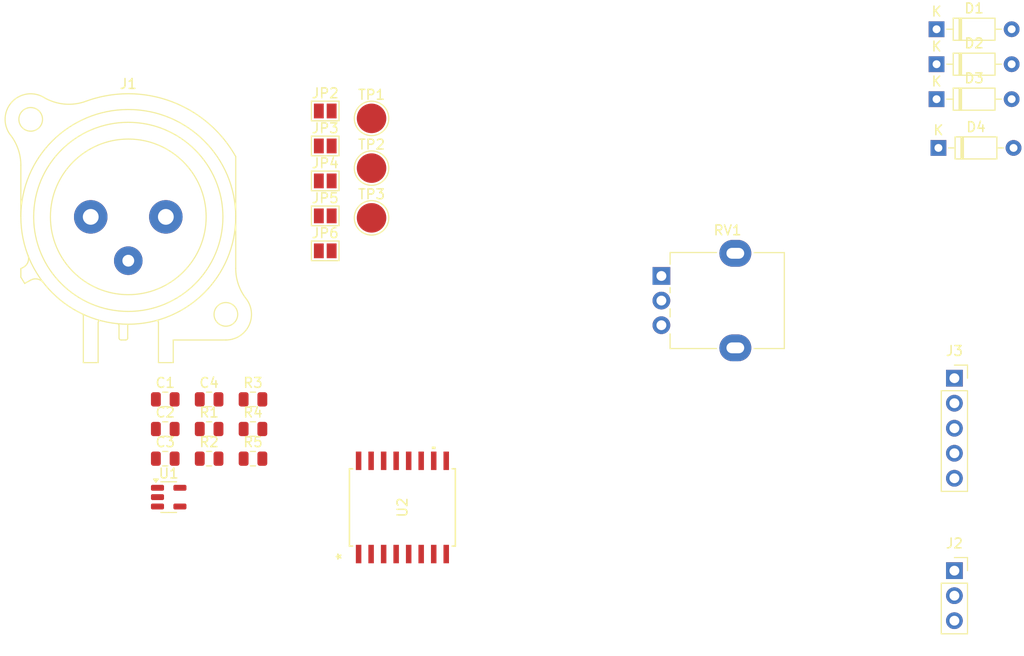
<source format=kicad_pcb>
(kicad_pcb (version 20241229) (generator "pcbnew") (generator_version "9.0")
  (layers (0 "F.Cu" signal) (2 "B.Cu" signal) (13 "F.Paste" user) (15 "B.Paste" user) (5 "F.SilkS" user "F.Silkscreen") (7 "B.SilkS" user "B.Silkscreen") (1 "F.Mask" user) (3 "B.Mask" user) (25 "Edge.Cuts" user))
  (net 0 "")
  (net 1 "Hot")
  (net 2 "Net-(D1-A)")
  (net 3 "Net-(D3-A)")
  (net 4 "Cold")
  (net 5 "GND")
  (net 6 "-6V")
  (net 7 "6V")
  (net 8 "Out")
  (net 9 "Net-(JP2-B)")
  (net 10 "Net-(JP4-B)")
  (net 11 "Net-(JP6-A)")
  (net 12 "Net-(U1--)")
  (net 13 "Net-(R5-Pad1)")
  (net 14 "Net-(U2-RG2)")
  (net 15 "Net-(U2-RG1)")
  (net 16 "1.6V")
  (footprint "Capacitor_SMD:C_0805_2012Metric" (layer "F.Cu") (at 125.84 93.04)
    (property "Reference" "R4" (at 0 -1.68 0) (layer "F.SilkS"))
    (property "Value" "2.2K")
    (fp_line (start -0.261252 -0.735) (end 0.261252 -0.735) (stroke (width 0.12)) (layer "F.SilkS"))
    (fp_line (start -0.261252 0.735) (end 0.261252 0.735) (stroke (width 0.12)) (layer "F.SilkS"))
    (pad "1" smd roundrect (at -0.95 0) (size 1 1.45) (layers "F.Cu" "F.Mask" "F.Paste") (net 2 "Net-(D1-A)"))
    (pad "2" smd roundrect (at 0.95 0) (size 1 1.45) (layers "F.Cu" "F.Mask" "F.Paste") (net 5 "GND"))
  )
  (footprint "TestPoint:TestPoint_Pad_D3.0mm" (layer "F.Cu") (at 137.87 61.5)
    (property "Reference" "TP1" (at 0 -2.398 0) (layer "F.SilkS"))
    (property "Value" "TestPoint")
    (fp_circle (center 0 0) (end 0 1.75) (stroke (width 0.12)) (fill no) (layer "F.SilkS"))
    (pad "1" smd circle (at 0 0) (size 3 3) (layers "F.Cu" "F.Mask") (net 16 "1.6V"))
  )
  (footprint "Potentiometer_THT:Potentiometer_Alpha_RD901F-40-00D_Single_Vertical" (layer "F.Cu") (at 167.275 77.5)
    (property "Reference" "RV1" (at 6.71 -4.64 180) (layer "F.SilkS"))
    (property "Value" "R_Potentiometer")
    (fp_line (start 0.88 -2.38) (end 5.6 -2.38) (stroke (width 0.12)) (layer "F.SilkS"))
    (fp_line (start 0.88 -1.19) (end 0.88 -2.37) (stroke (width 0.12)) (layer "F.SilkS"))
    (fp_line (start 0.88 1.71) (end 0.88 1.18) (stroke (width 0.12)) (layer "F.SilkS"))
    (fp_line (start 0.88 4.16) (end 0.88 3.33) (stroke (width 0.12)) (layer "F.SilkS"))
    (fp_line (start 0.88 7.37) (end 0.88 5.88) (stroke (width 0.12)) (layer "F.SilkS"))
    (fp_line (start 0.88 7.37) (end 5.6 7.37) (stroke (width 0.12)) (layer "F.SilkS"))
    (fp_line (start 9.41 -2.37) (end 12.47 -2.37) (stroke (width 0.12)) (layer "F.SilkS"))
    (fp_line (start 9.41 7.37) (end 12.47 7.37) (stroke (width 0.12)) (layer "F.SilkS"))
    (fp_line (start 12.47 7.37) (end 12.47 -2.37) (stroke (width 0.12)) (layer "F.SilkS"))
    (pad "" thru_hole oval (at 7.5 -2.3 90) (size 2.72 3.24) (drill oval 1.1 1.8) (layers "*.Cu" "*.Mask"))
    (pad "" thru_hole oval (at 7.5 7.3 90) (size 2.72 3.24) (drill oval 1.1 1.8) (layers "*.Cu" "*.Mask"))
    (pad "1" thru_hole rect (at 0 0 90) (size 1.8 1.8) (drill 1) (layers "*.Cu" "*.Mask") (net 11 "Net-(JP6-A)"))
    (pad "2" thru_hole circle (at 0 2.5 90) (size 1.8 1.8) (drill 1) (layers "*.Cu" "*.Mask") (net 13 "Net-(R5-Pad1)"))
    (pad "3" thru_hole circle (at 0 5 90) (size 1.8 1.8) (drill 1) (layers "*.Cu" "*.Mask") (net 15 "Net-(U2-RG1)"))
  )
  (footprint "Capacitor_SMD:C_0805_2012Metric" (layer "F.Cu") (at 125.84 96.05)
    (property "Reference" "R5" (at 0 -1.68 0) (layer "F.SilkS"))
    (property "Value" "27R")
    (fp_line (start -0.261252 -0.735) (end 0.261252 -0.735) (stroke (width 0.12)) (layer "F.SilkS"))
    (fp_line (start -0.261252 0.735) (end 0.261252 0.735) (stroke (width 0.12)) (layer "F.SilkS"))
    (pad "1" smd roundrect (at -0.95 0) (size 1 1.45) (layers "F.Cu" "F.Mask" "F.Paste") (net 13 "Net-(R5-Pad1)"))
    (pad "2" smd roundrect (at 0.95 0) (size 1 1.45) (layers "F.Cu" "F.Mask" "F.Paste") (net 14 "Net-(U2-RG2)"))
  )
  (footprint "Connector_Audio:Jack_XLR_Neutrik_NC3FAAV-0_Vertical" (layer "F.Cu") (at 117 71.5)
    (property "Reference" "J1" (at -3.81 -13.5 0) (layer "F.SilkS"))
    (property "Value" "XLR3")
    (fp_line (start -14.71 0) (end -14.71 -5.24) (stroke (width 0.12)) (layer "F.SilkS"))
    (fp_line (start -14.71 5.26) (end -14.44 5.11) (stroke (width 0.12)) (layer "F.SilkS"))
    (fp_line (start -14.71 6.12) (end -14.71 5.26) (stroke (width 0.12)) (layer "F.SilkS"))
    (fp_line (start -14.32 6.76) (end -14.71 6.12) (stroke (width 0.12)) (layer "F.SilkS"))
    (fp_line (start -13.71 6.42) (end -14.32 6.76) (stroke (width 0.12)) (layer "F.SilkS"))
    (fp_line (start -8.37 10.03) (end -8.37 14.8) (stroke (width 0.12)) (layer "F.SilkS"))
    (fp_line (start -6.87 14.8) (end -8.37 14.8) (stroke (width 0.12)) (layer "F.SilkS"))
    (fp_line (start -6.87 14.8) (end -6.87 10.73) (stroke (width 0.12)) (layer "F.SilkS"))
    (fp_line (start -4.75 11.04) (end -4.75 12.3) (stroke (width 0.12)) (layer "F.SilkS"))
    (fp_line (start -4.07 12.5) (end -4.55 12.5) (stroke (width 0.12)) (layer "F.SilkS"))
    (fp_line (start -3.87 10.9) (end -3.87 12.3) (stroke (width 0.12)) (layer "F.SilkS"))
    (fp_line (start -0.75 10.73) (end -0.75 10.73) (stroke (width 0.12)) (layer "F.SilkS"))
    (fp_line (start -0.75 14.8) (end -0.75 10.73) (stroke (width 0.12)) (layer "F.SilkS"))
    (fp_line (start 0.75 12.5) (end 6.09 12.5) (stroke (width 0.12)) (layer "F.SilkS"))
    (fp_line (start 0.75 14.8) (end -0.75 14.8) (stroke (width 0.12)) (layer "F.SilkS"))
    (fp_line (start 0.75 14.8) (end 0.75 12.5) (stroke (width 0.12)) (layer "F.SilkS"))
    (fp_line (start 7.09 5.24) (end 7.09 -6.12) (stroke (width 0.12)) (layer "F.SilkS"))
    (fp_arc (start -15.766689 -8.317569) (mid -14.98153 -6.866962) (end -14.71 -5.24) (stroke (width 0.12)) (layer "F.SilkS"))
    (fp_arc (start -15.761979 -8.309032) (mid -15.65429 -11.620911) (end -12.38 -12.13) (stroke (width 0.12)) (layer "F.SilkS"))
    (fp_arc (start -13.969214 3.951372) (mid -13.999461 4.614043) (end -14.44 5.11) (stroke (width 0.12)) (layer "F.SilkS"))
    (fp_arc (start -13.71 6.42) (mid -13.01025 6.315915) (end -12.412202 6.693832) (stroke (width 0.12)) (layer "F.SilkS"))
    (fp_arc (start -8.436364 9.870864) (mid -8.385177 9.942924) (end -8.37 10.03) (stroke (width 0.12)) (layer "F.SilkS"))
    (fp_arc (start -8.12905 -11.730738) (mid 0.51404 -11.7289) (end 7.09 -6.12) (stroke (width 0.12)) (layer "F.SilkS"))
    (fp_arc (start -8.118081 -11.733841) (mid -10.293498 -11.453642) (end -12.38 -12.13) (stroke (width 0.12)) (layer "F.SilkS"))
    (fp_arc (start -6.87 10.73) (mid -6.814828 10.588126) (end -6.678303 10.520799) (stroke (width 0.12)) (layer "F.SilkS"))
    (fp_arc (start -4.908418 10.84437) (mid -4.794571 10.914136) (end -4.75 11.04) (stroke (width 0.12)) (layer "F.SilkS"))
    (fp_arc (start -4.55 12.5) (mid -4.691421 12.441421) (end -4.75 12.3) (stroke (width 0.12)) (layer "F.SilkS"))
    (fp_arc (start -3.87 12.3) (mid -3.928579 12.441421) (end -4.07 12.5) (stroke (width 0.12)) (layer "F.SilkS"))
    (fp_arc (start -0.949009 10.520288) (mid -0.807671 10.585446) (end -0.75 10.73) (stroke (width 0.12)) (layer "F.SilkS"))
    (fp_arc (start 8.141619 8.302858) (mid 8.42587 11.041804) (end 6.09 12.5) (stroke (width 0.12)) (layer "F.SilkS"))
    (fp_arc (start 8.14247 8.305283) (mid 7.360446 6.860467) (end 7.09 5.24) (stroke (width 0.12)) (layer "F.SilkS"))
    (fp_circle (center -13.71 -9.9) (end -12.51 -9.9) (stroke (width 0.12)) (fill no) (layer "F.SilkS"))
    (fp_circle (center -3.81 0) (end 4.09 0) (stroke (width 0.12)) (fill no) (layer "F.SilkS"))
    (fp_circle (center -3.81 0) (end 5.79 0) (stroke (width 0.12)) (fill no) (layer "F.SilkS"))
    (fp_circle (center -3.81 0) (end 7.09 0) (stroke (width 0.12)) (fill no) (layer "F.SilkS"))
    (fp_circle (center 6.09 9.9) (end 7.29 9.9) (stroke (width 0.12)) (fill no) (layer "F.SilkS"))
    (pad "1" thru_hole circle (at 0 0) (size 3.4 3.4) (drill 1.6) (layers "*.Cu" "*.Mask") (net 5 "GND"))
    (pad "2" thru_hole circle (at -7.62 0) (size 3.4 3.4) (drill 1.6) (layers "*.Cu" "*.Mask") (net 1 "Hot"))
    (pad "3" thru_hole circle (at -3.81 4.45) (size 2.9 2.9) (drill 1.2) (layers "*.Cu" "*.Mask") (net 4 "Cold"))
  )
  (footprint "TestPoint:TestPoint_Pad_D3.0mm" (layer "F.Cu") (at 137.87 66.55)
    (property "Reference" "TP2" (at 0 -2.398 0) (layer "F.SilkS"))
    (property "Value" "TestPoint")
    (fp_circle (center 0 0) (end 0 1.75) (stroke (width 0.12)) (fill no) (layer "F.SilkS"))
    (pad "1" smd circle (at 0 0) (size 3 3) (layers "F.Cu" "F.Mask") (net 5 "GND"))
  )
  (footprint "Capacitor_SMD:C_0805_2012Metric" (layer "F.Cu") (at 121.39 90.03)
    (property "Reference" "C4" (at 0 -1.68 0) (layer "F.SilkS"))
    (property "Value" "0.1uF")
    (fp_line (start -0.261252 -0.735) (end 0.261252 -0.735) (stroke (width 0.12)) (layer "F.SilkS"))
    (fp_line (start -0.261252 0.735) (end 0.261252 0.735) (stroke (width 0.12)) (layer "F.SilkS"))
    (pad "1" smd roundrect (at -0.95 0) (size 1 1.45) (layers "F.Cu" "F.Mask" "F.Paste") (net 7 "6V"))
    (pad "2" smd roundrect (at 0.95 0) (size 1 1.45) (layers "F.Cu" "F.Mask" "F.Paste") (net 5 "GND"))
  )
  (footprint "Capacitor_SMD:C_0805_2012Metric" (layer "F.Cu") (at 121.39 96.05)
    (property "Reference" "R2" (at 0 -1.68 0) (layer "F.SilkS"))
    (property "Value" "12K")
    (fp_line (start -0.261252 -0.735) (end 0.261252 -0.735) (stroke (width 0.12)) (layer "F.SilkS"))
    (fp_line (start -0.261252 0.735) (end 0.261252 0.735) (stroke (width 0.12)) (layer "F.SilkS"))
    (pad "1" smd roundrect (at -0.95 0) (size 1 1.45) (layers "F.Cu" "F.Mask" "F.Paste") (net 12 "Net-(U1--)"))
    (pad "2" smd roundrect (at 0.95 0) (size 1 1.45) (layers "F.Cu" "F.Mask" "F.Paste") (net 5 "GND"))
  )
  (footprint "Capacitor_SMD:C_0805_2012Metric" (layer "F.Cu") (at 116.94 96.05)
    (property "Reference" "C3" (at 0 -1.68 0) (layer "F.SilkS"))
    (property "Value" "0.1uF")
    (fp_line (start -0.261252 -0.735) (end 0.261252 -0.735) (stroke (width 0.12)) (layer "F.SilkS"))
    (fp_line (start -0.261252 0.735) (end 0.261252 0.735) (stroke (width 0.12)) (layer "F.SilkS"))
    (pad "1" smd roundrect (at -0.95 0) (size 1 1.45) (layers "F.Cu" "F.Mask" "F.Paste") (net 6 "-6V"))
    (pad "2" smd roundrect (at 0.95 0) (size 1 1.45) (layers "F.Cu" "F.Mask" "F.Paste") (net 5 "GND"))
  )
  (footprint "Diode_THT:D_DO-35_SOD27_P7.62mm_Horizontal" (layer "F.Cu") (at 195.38 64.5)
    (property "Reference" "D4" (at 3.81 -2.12 0) (layer "F.SilkS"))
    (property "Value" "1N4148W")
    (fp_line (start 1.04 0) (end 1.69 0) (stroke (width 0.12)) (layer "F.SilkS"))
    (fp_line (start 1.69 -1.12) (end 1.69 1.12) (stroke (width 0.12)) (layer "F.SilkS"))
    (fp_line (start 1.69 1.12) (end 5.93 1.12) (stroke (width 0.12)) (layer "F.SilkS"))
    (fp_line (start 2.29 -1.12) (end 2.29 1.12) (stroke (width 0.12)) (layer "F.SilkS"))
    (fp_line (start 2.41 -1.12) (end 2.41 1.12) (stroke (width 0.12)) (layer "F.SilkS"))
    (fp_line (start 2.53 -1.12) (end 2.53 1.12) (stroke (width 0.12)) (layer "F.SilkS"))
    (fp_line (start 5.93 -1.12) (end 1.69 -1.12) (stroke (width 0.12)) (layer "F.SilkS"))
    (fp_line (start 5.93 1.12) (end 5.93 -1.12) (stroke (width 0.12)) (layer "F.SilkS"))
    (fp_line (start 6.58 0) (end 5.93 0) (stroke (width 0.12)) (layer "F.SilkS"))
    (fp_text user "K" (at 0 -1.8 0) (layer "F.SilkS"))
    (pad "1" thru_hole rect (at 0 0) (size 1.6 1.6) (drill 0.8) (layers "*.Cu" "*.Mask") (net 3 "Net-(D3-A)"))
    (pad "2" thru_hole oval (at 7.62 0) (size 1.6 1.6) (drill 0.8) (layers "*.Cu" "*.Mask") (net 6 "-6V"))
  )
  (footprint "Diode_THT:D_DO-35_SOD27_P7.62mm_Horizontal" (layer "F.Cu") (at 195.19 56)
    (property "Reference" "D2" (at 3.81 -2.12 0) (layer "F.SilkS"))
    (property "Value" "1N4148W")
    (fp_line (start 1.04 0) (end 1.69 0) (stroke (width 0.12)) (layer "F.SilkS"))
    (fp_line (start 1.69 -1.12) (end 1.69 1.12) (stroke (width 0.12)) (layer "F.SilkS"))
    (fp_line (start 1.69 1.12) (end 5.93 1.12) (stroke (width 0.12)) (layer "F.SilkS"))
    (fp_line (start 2.29 -1.12) (end 2.29 1.12) (stroke (width 0.12)) (layer "F.SilkS"))
    (fp_line (start 2.41 -1.12) (end 2.41 1.12) (stroke (width 0.12)) (layer "F.SilkS"))
    (fp_line (start 2.53 -1.12) (end 2.53 1.12) (stroke (width 0.12)) (layer "F.SilkS"))
    (fp_line (start 5.93 -1.12) (end 1.69 -1.12) (stroke (width 0.12)) (layer "F.SilkS"))
    (fp_line (start 5.93 1.12) (end 5.93 -1.12) (stroke (width 0.12)) (layer "F.SilkS"))
    (fp_line (start 6.58 0) (end 5.93 0) (stroke (width 0.12)) (layer "F.SilkS"))
    (fp_text user "K" (at 0 -1.8 0) (layer "F.SilkS"))
    (pad "1" thru_hole rect (at 0 0) (size 1.6 1.6) (drill 0.8) (layers "*.Cu" "*.Mask") (net 2 "Net-(D1-A)"))
    (pad "2" thru_hole oval (at 7.62 0) (size 1.6 1.6) (drill 0.8) (layers "*.Cu" "*.Mask") (net 6 "-6V"))
  )
  (footprint "Jumper:SolderJumper-2_P1.3mm_Open_Pad1.0x1.5mm" (layer "F.Cu") (at 133.17 64.3)
    (property "Reference" "JP3" (at 0 -1.8 0) (layer "F.SilkS"))
    (property "Value" "SolderJumper_2_Open")
    (fp_line (start -1.4 -1) (end 1.4 -1) (stroke (width 0.12)) (layer "F.SilkS"))
    (fp_line (start -1.4 1) (end -1.4 -1) (stroke (width 0.12)) (layer "F.SilkS"))
    (fp_line (start 1.4 -1) (end 1.4 1) (stroke (width 0.12)) (layer "F.SilkS"))
    (fp_line (start 1.4 1) (end -1.4 1) (stroke (width 0.12)) (layer "F.SilkS"))
    (pad "1" smd rect (at -0.65 0) (size 1 1.5) (layers "F.Cu" "F.Mask") (net 2 "Net-(D1-A)"))
    (pad "2" smd rect (at 0.65 0) (size 1 1.5) (layers "F.Cu" "F.Mask") (net 9 "Net-(JP2-B)"))
  )
  (footprint "Package_TO_SOT_SMD:SOT-23-5" (layer "F.Cu") (at 117.29 99.955)
    (property "Reference" "U1" (at 0 -2.4 0) (layer "F.SilkS"))
    (property "Value" "TLV2371DBV")
    (fp_line (start 0 -1.56) (end -0.8 -1.56) (stroke (width 0.12)) (layer "F.SilkS"))
    (fp_line (start 0 -1.56) (end 0.8 -1.56) (stroke (width 0.12)) (layer "F.SilkS"))
    (fp_line (start 0 1.56) (end -0.8 1.56) (stroke (width 0.12)) (layer "F.SilkS"))
    (fp_line (start 0 1.56) (end 0.8 1.56) (stroke (width 0.12)) (layer "F.SilkS"))
    (fp_poly (pts (xy -1.3 -1.51) (xy -1.54 -1.84) (xy -1.06 -1.84)) (stroke (width 0.12)) (fill yes) (layer "F.SilkS"))
    (pad "1" smd roundrect (at -1.1375 -0.95) (size 1.325 0.6) (layers "F.Cu" "F.Mask" "F.Paste") (net 16 "1.6V"))
    (pad "2" smd roundrect (at -1.1375 0) (size 1.325 0.6) (layers "F.Cu" "F.Mask" "F.Paste") (net 5 "GND"))
    (pad "3" smd roundrect (at -1.1375 0.95) (size 1.325 0.6) (layers "F.Cu" "F.Mask" "F.Paste") (net 16 "1.6V"))
    (pad "4" smd roundrect (at 1.1375 0.95) (size 1.325 0.6) (layers "F.Cu" "F.Mask" "F.Paste") (net 12 "Net-(U1--)"))
    (pad "5" smd roundrect (at 1.1375 -0.95) (size 1.325 0.6) (layers "F.Cu" "F.Mask" "F.Paste") (net 7 "6V"))
  )
  (footprint "Capacitor_SMD:C_0805_2012Metric" (layer "F.Cu") (at 121.39 93.04)
    (property "Reference" "R1" (at 0 -1.68 0) (layer "F.SilkS"))
    (property "Value" "33K")
    (fp_line (start -0.261252 -0.735) (end 0.261252 -0.735) (stroke (width 0.12)) (layer "F.SilkS"))
    (fp_line (start -0.261252 0.735) (end 0.261252 0.735) (stroke (width 0.12)) (layer "F.SilkS"))
    (pad "1" smd roundrect (at -0.95 0) (size 1 1.45) (layers "F.Cu" "F.Mask" "F.Paste") (net 7 "6V"))
    (pad "2" smd roundrect (at 0.95 0) (size 1 1.45) (layers "F.Cu" "F.Mask" "F.Paste") (net 12 "Net-(U1--)"))
  )
  (footprint "INA217:DW16" (layer "F.Cu") (at 141 101 90)
    (property "Reference" "U2" (at 0 0 90) (layer "F.SilkS"))
    (property "Value" "INA217AIDWR")
    (fp_line (start 3.9243 -5.3721) (end -3.9243 -5.3721) (stroke (width 0.1524)) (layer "F.SilkS"))
    (fp_line (start -3.9243 -5.3721) (end -3.9243 -5.05674) (stroke (width 0.1524)) (layer "F.SilkS"))
    (fp_line (start 3.9243 -5.05674) (end 3.9243 -5.3721) (stroke (width 0.1524)) (layer "F.SilkS"))
    (fp_line (start -3.9243 5.05674) (end -3.9243 5.3721) (stroke (width 0.1524)) (layer "F.SilkS"))
    (fp_line (start 3.9243 5.3721) (end 3.9243 5.05674) (stroke (width 0.1524)) (layer "F.SilkS"))
    (fp_line (start -3.9243 5.3721) (end 3.9243 5.3721) (stroke (width 0.1524)) (layer "F.SilkS"))
    (fp_poly (pts (xy 6.179299 2.9845) (xy 6.179299 3.3655) (xy 5.925299 3.3655) (xy 5.925299 2.9845)) (fill yes) (layer "F.SilkS"))
    (fp_text user "*" (at -4.9883 -6.146 90) (layer "F.SilkS"))
    (fp_text user "*" (at -4.9883 -6.146 90) (layer "F.SilkS"))
    (pad "1" smd rect (at -4.734301 -4.445 90) (size 1.873999 0.558) (layers "F.Cu" "F.Mask" "F.Paste"))
    (pad "2" smd rect (at -4.734301 -3.175 90) (size 1.873999 0.558) (layers "F.Cu" "F.Mask" "F.Paste") (net 15 "Net-(U2-RG1)"))
    (pad "3" smd rect (at -4.734301 -1.905 90) (size 1.873999 0.558) (layers "F.Cu" "F.Mask" "F.Paste"))
    (pad "4" smd rect (at -4.734301 -0.635 90) (size 1.873999 0.558) (layers "F.Cu" "F.Mask" "F.Paste") (net 10 "Net-(JP4-B)"))
    (pad "5" smd rect (at -4.734301 0.635 90) (size 1.873999 0.558) (layers "F.Cu" "F.Mask" "F.Paste") (net 9 "Net-(JP2-B)"))
    (pad "6" smd rect (at -4.734301 1.905 90) (size 1.873999 0.558) (layers "F.Cu" "F.Mask" "F.Paste"))
    (pad "7" smd rect (at -4.734301 3.175 90) (size 1.873999 0.558) (layers "F.Cu" "F.Mask" "F.Paste") (net 6 "-6V"))
    (pad "8" smd rect (at -4.734301 4.445 90) (size 1.873999 0.558) (layers "F.Cu" "F.Mask" "F.Paste"))
    (pad "9" smd rect (at 4.734301 4.445 90) (size 1.873999 0.558) (layers "F.Cu" "F.Mask" "F.Paste"))
    (pad "10" smd rect (at 4.734301 3.175 90) (size 1.873999 0.558) (layers "F.Cu" "F.Mask" "F.Paste") (net 16 "1.6V"))
    (pad "11" smd rect (at 4.734301 1.905 90) (size 1.873999 0.558) (layers "F.Cu" "F.Mask" "F.Paste") (net 8 "Out"))
    (pad "12" smd rect (at 4.734301 0.635 90) (size 1.873999 0.558) (layers "F.Cu" "F.Mask" "F.Paste"))
    (pad "13" smd rect (at 4.734301 -0.635 90) (size 1.873999 0.558) (layers "F.Cu" "F.Mask" "F.Paste") (net 7 "6V"))
    (pad "14" smd rect (at 4.734301 -1.905 90) (size 1.873999 0.558) (layers "F.Cu" "F.Mask" "F.Paste"))
    (pad "15" smd rect (at 4.734301 -3.175 90) (size 1.873999 0.558) (layers "F.Cu" "F.Mask" "F.Paste") (net 14 "Net-(U2-RG2)"))
    (pad "16" smd rect (at 4.734301 -4.445 90) (size 1.873999 0.558) (layers "F.Cu" "F.Mask" "F.Paste"))
  )
  (footprint "Capacitor_SMD:C_0805_2012Metric" (layer "F.Cu") (at 116.94 93.04)
    (property "Reference" "C2" (at 0 -1.68 0) (layer "F.SilkS"))
    (property "Value" "47uF")
    (fp_line (start -0.261252 -0.735) (end 0.261252 -0.735) (stroke (width 0.12)) (layer "F.SilkS"))
    (fp_line (start -0.261252 0.735) (end 0.261252 0.735) (stroke (width 0.12)) (layer "F.SilkS"))
    (pad "1" smd roundrect (at -0.95 0) (size 1 1.45) (layers "F.Cu" "F.Mask" "F.Paste") (net 4 "Cold"))
    (pad "2" smd roundrect (at 0.95 0) (size 1 1.45) (layers "F.Cu" "F.Mask" "F.Paste") (net 3 "Net-(D3-A)"))
  )
  (footprint "Diode_THT:D_DO-35_SOD27_P7.62mm_Horizontal" (layer "F.Cu") (at 195.19 52.45)
    (property "Reference" "D1" (at 3.81 -2.12 0) (layer "F.SilkS"))
    (property "Value" "1N4148W")
    (fp_line (start 1.04 0) (end 1.69 0) (stroke (width 0.12)) (layer "F.SilkS"))
    (fp_line (start 1.69 -1.12) (end 1.69 1.12) (stroke (width 0.12)) (layer "F.SilkS"))
    (fp_line (start 1.69 1.12) (end 5.93 1.12) (stroke (width 0.12)) (layer "F.SilkS"))
    (fp_line (start 2.29 -1.12) (end 2.29 1.12) (stroke (width 0.12)) (layer "F.SilkS"))
    (fp_line (start 2.41 -1.12) (end 2.41 1.12) (stroke (width 0.12)) (layer "F.SilkS"))
    (fp_line (start 2.53 -1.12) (end 2.53 1.12) (stroke (width 0.12)) (layer "F.SilkS"))
    (fp_line (start 5.93 -1.12) (end 1.69 -1.12) (stroke (width 0.12)) (layer "F.SilkS"))
    (fp_line (start 5.93 1.12) (end 5.93 -1.12) (stroke (width 0.12)) (layer "F.SilkS"))
    (fp_line (start 6.58 0) (end 5.93 0) (stroke (width 0.12)) (layer "F.SilkS"))
    (fp_text user "K" (at 0 -1.8 0) (layer "F.SilkS"))
    (pad "1" thru_hole rect (at 0 0) (size 1.6 1.6) (drill 0.8) (layers "*.Cu" "*.Mask") (net 7 "6V"))
    (pad "2" thru_hole oval (at 7.62 0) (size 1.6 1.6) (drill 0.8) (layers "*.Cu" "*.Mask") (net 2 "Net-(D1-A)"))
  )
  (footprint "Jumper:SolderJumper-2_P1.3mm_Open_Pad1.0x1.5mm" (layer "F.Cu") (at 133.17 71.4)
    (property "Reference" "JP5" (at 0 -1.8 0) (layer "F.SilkS"))
    (property "Value" "SolderJumper_2_Open")
    (fp_line (start -1.4 -1) (end 1.4 -1) (stroke (width 0.12)) (layer "F.SilkS"))
    (fp_line (start -1.4 1) (end -1.4 -1) (stroke (width 0.12)) (layer "F.SilkS"))
    (fp_line (start 1.4 -1) (end 1.4 1) (stroke (width 0.12)) (layer "F.SilkS"))
    (fp_line (start 1.4 1) (end -1.4 1) (stroke (width 0.12)) (layer "F.SilkS"))
    (pad "1" smd rect (at -0.65 0) (size 1 1.5) (layers "F.Cu" "F.Mask") (net 3 "Net-(D3-A)"))
    (pad "2" smd rect (at 0.65 0) (size 1 1.5) (layers "F.Cu" "F.Mask") (net 10 "Net-(JP4-B)"))
  )
  (footprint "Jumper:SolderJumper-2_P1.3mm_Open_Pad1.0x1.5mm" (layer "F.Cu") (at 133.17 60.75)
    (property "Reference" "JP2" (at 0 -1.8 0) (layer "F.SilkS"))
    (property "Value" "SolderJumper_2_Open")
    (fp_line (start -1.4 -1) (end 1.4 -1) (stroke (width 0.12)) (layer "F.SilkS"))
    (fp_line (start -1.4 1) (end -1.4 -1) (stroke (width 0.12)) (layer "F.SilkS"))
    (fp_line (start 1.4 -1) (end 1.4 1) (stroke (width 0.12)) (layer "F.SilkS"))
    (fp_line (start 1.4 1) (end -1.4 1) (stroke (width 0.12)) (layer "F.SilkS"))
    (pad "1" smd rect (at -0.65 0) (size 1 1.5) (layers "F.Cu" "F.Mask") (net 2 "Net-(D1-A)"))
    (pad "2" smd rect (at 0.65 0) (size 1 1.5) (layers "F.Cu" "F.Mask") (net 9 "Net-(JP2-B)"))
  )
  (footprint "Connector_PinSocket_2.54mm:PinSocket_1x03_P2.54mm_Vertical" (layer "F.Cu") (at 197 107.42)
    (property "Reference" "J2" (at 0 -2.77 0) (layer "F.SilkS"))
    (property "Value" "Conn_01x03_Pin")
    (fp_line (start -1.33 1.27) (end -1.33 6.41) (stroke (width 0.12)) (layer "F.SilkS"))
    (fp_line (start -1.33 1.27) (end 1.33 1.27) (stroke (width 0.12)) (layer "F.SilkS"))
    (fp_line (start -1.33 6.41) (end 1.33 6.41) (stroke (width 0.12)) (layer "F.SilkS"))
    (fp_line (start 0 -1.33) (end 1.33 -1.33) (stroke (width 0.12)) (layer "F.SilkS"))
    (fp_line (start 1.33 -1.33) (end 1.33 0) (stroke (width 0.12)) (layer "F.SilkS"))
    (fp_line (start 1.33 1.27) (end 1.33 6.41) (stroke (width 0.12)) (layer "F.SilkS"))
    (pad "1" thru_hole rect (at 0 0) (size 1.7 1.7) (drill 1) (layers "*.Cu" "*.Mask") (net 5 "GND"))
    (pad "2" thru_hole circle (at 0 2.54) (size 1.7 1.7) (drill 1) (layers "*.Cu" "*.Mask") (net 8 "Out"))
    (pad "3" thru_hole circle (at 0 5.08) (size 1.7 1.7) (drill 1) (layers "*.Cu" "*.Mask") (net 5 "GND"))
  )
  (footprint "TestPoint:TestPoint_Pad_D3.0mm" (layer "F.Cu") (at 137.87 71.6)
    (property "Reference" "TP3" (at 0 -2.398 0) (layer "F.SilkS"))
    (property "Value" "TestPoint")
    (fp_circle (center 0 0) (end 0 1.75) (stroke (width 0.12)) (fill no) (layer "F.SilkS"))
    (pad "1" smd circle (at 0 0) (size 3 3) (layers "F.Cu" "F.Mask") (net 8 "Out"))
  )
  (footprint "Capacitor_SMD:C_0805_2012Metric" (layer "F.Cu") (at 116.94 90.03)
    (property "Reference" "C1" (at 0 -1.68 0) (layer "F.SilkS"))
    (property "Value" "47uF")
    (fp_line (start -0.261252 -0.735) (end 0.261252 -0.735) (stroke (width 0.12)) (layer "F.SilkS"))
    (fp_line (start -0.261252 0.735) (end 0.261252 0.735) (stroke (width 0.12)) (layer "F.SilkS"))
    (pad "1" smd roundrect (at -0.95 0) (size 1 1.45) (layers "F.Cu" "F.Mask" "F.Paste") (net 1 "Hot"))
    (pad "2" smd roundrect (at 0.95 0) (size 1 1.45) (layers "F.Cu" "F.Mask" "F.Paste") (net 2 "Net-(D1-A)"))
  )
  (footprint "Capacitor_SMD:C_0805_2012Metric" (layer "F.Cu") (at 125.84 90.03)
    (property "Reference" "R3" (at 0 -1.68 0) (layer "F.SilkS"))
    (property "Value" "2.2K")
    (fp_line (start -0.261252 -0.735) (end 0.261252 -0.735) (stroke (width 0.12)) (layer "F.SilkS"))
    (fp_line (start -0.261252 0.735) (end 0.261252 0.735) (stroke (width 0.12)) (layer "F.SilkS"))
    (pad "1" smd roundrect (at -0.95 0) (size 1 1.45) (layers "F.Cu" "F.Mask" "F.Paste") (net 3 "Net-(D3-A)"))
    (pad "2" smd roundrect (at 0.95 0) (size 1 1.45) (layers "F.Cu" "F.Mask" "F.Paste") (net 5 "GND"))
  )
  (footprint "Connector_PinSocket_2.54mm:PinSocket_1x05_P2.54mm_Vertical" (layer "F.Cu") (at 197 87.88)
    (property "Reference" "J3" (at 0 -2.77 0) (layer "F.SilkS"))
    (property "Value" "Conn_01x05_Pin")
    (fp_line (start -1.33 1.27) (end -1.33 11.49) (stroke (width 0.12)) (layer "F.SilkS"))
    (fp_line (start -1.33 1.27) (end 1.33 1.27) (stroke (width 0.12)) (layer "F.SilkS"))
    (fp_line (start -1.33 11.49) (end 1.33 11.49) (stroke (width 0.12)) (layer "F.SilkS"))
    (fp_line (start 0 -1.33) (end 1.33 -1.33) (stroke (width 0.12)) (layer "F.SilkS"))
    (fp_line (start 1.33 -1.33) (end 1.33 0) (stroke (width 0.12)) (layer "F.SilkS"))
    (fp_line (start 1.33 1.27) (end 1.33 11.49) (stroke (width 0.12)) (layer "F.SilkS"))
    (pad "1" thru_hole rect (at 0 0) (size 1.7 1.7) (drill 1) (layers "*.Cu" "*.Mask") (net 5 "GND"))
    (pad "2" thru_hole circle (at 0 2.54) (size 1.7 1.7) (drill 1) (layers "*.Cu" "*.Mask") (net 6 "-6V"))
    (pad "3" thru_hole circle (at 0 5.08) (size 1.7 1.7) (drill 1) (layers "*.Cu" "*.Mask") (net 5 "GND"))
    (pad "4" thru_hole circle (at 0 7.62) (size 1.7 1.7) (drill 1) (layers "*.Cu" "*.Mask") (net 7 "6V"))
    (pad "5" thru_hole circle (at 0 10.16) (size 1.7 1.7) (drill 1) (layers "*.Cu" "*.Mask") (net 5 "GND"))
  )
  (footprint "Diode_THT:D_DO-35_SOD27_P7.62mm_Horizontal" (layer "F.Cu") (at 195.19 59.55)
    (property "Reference" "D3" (at 3.81 -2.12 0) (layer "F.SilkS"))
    (property "Value" "1N4148W")
    (fp_line (start 1.04 0) (end 1.69 0) (stroke (width 0.12)) (layer "F.SilkS"))
    (fp_line (start 1.69 -1.12) (end 1.69 1.12) (stroke (width 0.12)) (layer "F.SilkS"))
    (fp_line (start 1.69 1.12) (end 5.93 1.12) (stroke (width 0.12)) (layer "F.SilkS"))
    (fp_line (start 2.29 -1.12) (end 2.29 1.12) (stroke (width 0.12)) (layer "F.SilkS"))
    (fp_line (start 2.41 -1.12) (end 2.41 1.12) (stroke (width 0.12)) (layer "F.SilkS"))
    (fp_line (start 2.53 -1.12) (end 2.53 1.12) (stroke (width 0.12)) (layer "F.SilkS"))
    (fp_line (start 5.93 -1.12) (end 1.69 -1.12) (stroke (width 0.12)) (layer "F.SilkS"))
    (fp_line (start 5.93 1.12) (end 5.93 -1.12) (stroke (width 0.12)) (layer "F.SilkS"))
    (fp_line (start 6.58 0) (end 5.93 0) (stroke (width 0.12)) (layer "F.SilkS"))
    (fp_text user "K" (at 0 -1.8 0) (layer "F.SilkS"))
    (pad "1" thru_hole rect (at 0 0) (size 1.6 1.6) (drill 0.8) (layers "*.Cu" "*.Mask") (net 7 "6V"))
    (pad "2" thru_hole oval (at 7.62 0) (size 1.6 1.6) (drill 0.8) (layers "*.Cu" "*.Mask") (net 3 "Net-(D3-A)"))
  )
  (footprint "Jumper:SolderJumper-2_P1.3mm_Open_Pad1.0x1.5mm" (layer "F.Cu") (at 133.17 74.95)
    (property "Reference" "JP6" (at 0 -1.8 0) (layer "F.SilkS"))
    (property "Value" "SolderJumper_2_Open")
    (fp_line (start -1.4 -1) (end 1.4 -1) (stroke (width 0.12)) (layer "F.SilkS"))
    (fp_line (start -1.4 1) (end -1.4 -1) (stroke (width 0.12)) (layer "F.SilkS"))
    (fp_line (start 1.4 -1) (end 1.4 1) (stroke (width 0.12)) (layer "F.SilkS"))
    (fp_line (start 1.4 1) (end -1.4 1) (stroke (width 0.12)) (layer "F.SilkS"))
    (pad "1" smd rect (at -0.65 0) (size 1 1.5) (layers "F.Cu" "F.Mask") (net 11 "Net-(JP6-A)"))
    (pad "2" smd rect (at 0.65 0) (size 1 1.5) (layers "F.Cu" "F.Mask") (net 5 "GND"))
  )
  (footprint "Jumper:SolderJumper-2_P1.3mm_Open_Pad1.0x1.5mm" (layer "F.Cu") (at 133.17 67.85)
    (property "Reference" "JP4" (at 0 -1.8 0) (layer "F.SilkS"))
    (property "Value" "SolderJumper_2_Open")
    (fp_line (start -1.4 -1) (end 1.4 -1) (stroke (width 0.12)) (layer "F.SilkS"))
    (fp_line (start -1.4 1) (end -1.4 -1) (stroke (width 0.12)) (layer "F.SilkS"))
    (fp_line (start 1.4 -1) (end 1.4 1) (stroke (width 0.12)) (layer "F.SilkS"))
    (fp_line (start 1.4 1) (end -1.4 1) (stroke (width 0.12)) (layer "F.SilkS"))
    (pad "1" smd rect (at -0.65 0) (size 1 1.5) (layers "F.Cu" "F.Mask") (net 3 "Net-(D3-A)"))
    (pad "2" smd rect (at 0.65 0) (size 1 1.5) (layers "F.Cu" "F.Mask") (net 10 "Net-(JP4-B)"))
  )
)
</source>
